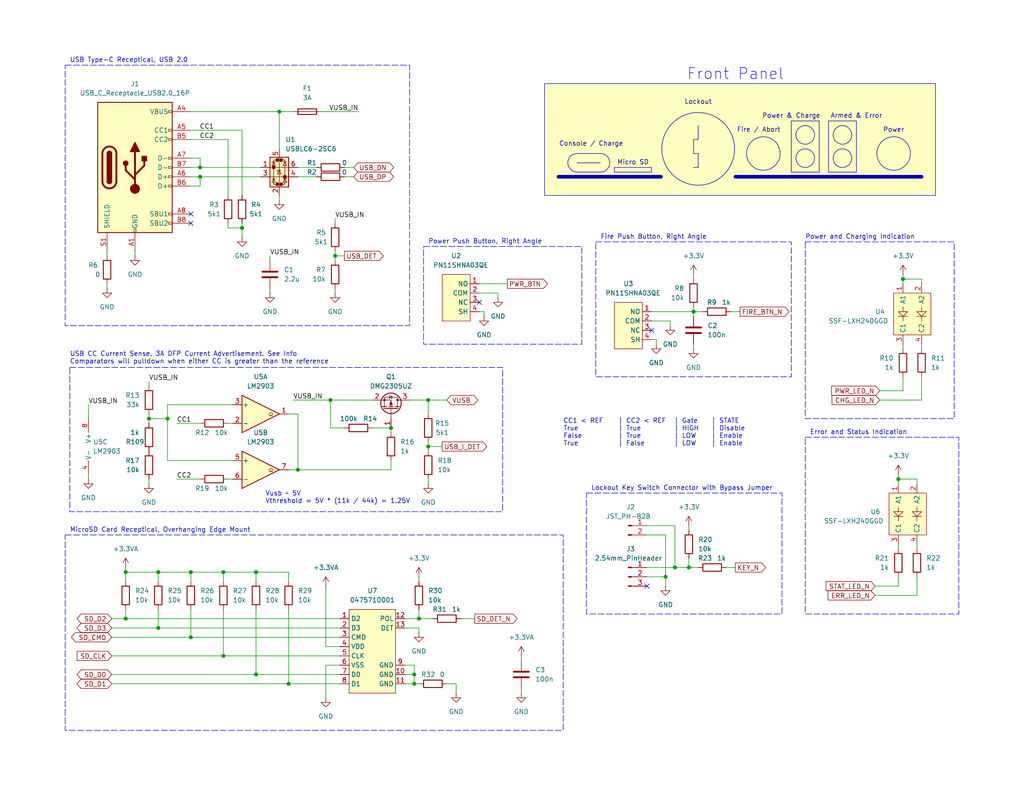
<source format=kicad_sch>
(kicad_sch (version 20231120) (generator "eeschema") (generator_version "8.0")
  (paper "A")
  (title_block (title "Unify") (date "2025-02-26") (rev "1") (company "Rocket Propulsion Group, UNL") (comment 1 "Jack Shaver"))
  (lib_symbols
    (symbol "Comparator:LM2903" (pin_names (offset 0.127))
      (property "Reference" "U" (at 3.81 3.81 0))
      (property "Value" "LM2903" (at 6.35 -3.81 0))
      (symbol "LM2903_1_1"
        (pin open_collector line (at 7.62 0 180) (length 2.54) (name "~") (number "1"))
        (pin input line (at -7.62 -2.54 0) (length 2.54) (name "-") (number "2"))
        (pin input line (at -7.62 2.54 0) (length 2.54) (name "+") (number "3"))
      )
      (symbol "LM2903_2_1"
        (pin input line (at -7.62 2.54 0) (length 2.54) (name "+") (number "5"))
        (pin input line (at -7.62 -2.54 0) (length 2.54) (name "-") (number "6"))
        (pin open_collector line (at 7.62 0 180) (length 2.54) (name "~") (number "7"))
      )
      (symbol "LM2903_3_1"
        (pin power_in line (at -2.54 -7.62 90) (length 3.81) (name "V-") (number "4"))
        (pin power_in line (at -2.54 7.62 270) (length 3.81) (name "V+") (number "8"))
      )
    )
    (symbol "Connector:Conn_01x02_Pin" (pin_names (offset 1.016) hide)
      (property "Reference" "J" (at 0 2.54 0))
      (property "Value" "Conn_01x02_Pin" (at 0 -5.08 0))
      (symbol "Conn_01x02_Pin_1_1"
        (pin passive line (at 5.08 0 180) (length 3.81) (name "Pin_1") (number "1"))
        (pin passive line (at 5.08 -2.54 180) (length 3.81) (name "Pin_2") (number "2"))
      )
    )
    (symbol "Connector:Conn_01x03_Pin" (pin_names (offset 1.016) hide)
      (property "Reference" "J" (at 0 5.08 0))
      (property "Value" "Conn_01x03_Pin" (at 0 -5.08 0))
      (symbol "Conn_01x03_Pin_1_1"
        (pin passive line (at 5.08 2.54 180) (length 3.81) (name "Pin_1") (number "1"))
        (pin passive line (at 5.08 0 180) (length 3.81) (name "Pin_2") (number "2"))
        (pin passive line (at 5.08 -2.54 180) (length 3.81) (name "Pin_3") (number "3"))
      )
    )
    (symbol "Connector:USB_C_Receptacle_USB2.0_16P" (pin_names (offset 1.016))
      (property "Reference" "J" (at 0 22.225 0))
      (property "Value" "USB_C_Receptacle_USB2.0_16P" (at 0 19.685 0))
      (symbol "USB_C_Receptacle_USB2.0_16P_1_1"
        (pin passive line (at 0 -22.86 90) (length 5.08) (name "GND") (number "A1"))
        (pin passive line (at 0 -22.86 90) (length 5.08) hide (name "GND") (number "A12"))
        (pin passive line (at 15.24 15.24 180) (length 5.08) (name "VBUS") (number "A4"))
        (pin bidirectional line (at 15.24 10.16 180) (length 5.08) (name "CC1") (number "A5"))
        (pin bidirectional line (at 15.24 -2.54 180) (length 5.08) (name "D+") (number "A6"))
        (pin bidirectional line (at 15.24 2.54 180) (length 5.08) (name "D-") (number "A7"))
        (pin bidirectional line (at 15.24 -12.7 180) (length 5.08) (name "SBU1") (number "A8"))
        (pin passive line (at 15.24 15.24 180) (length 5.08) hide (name "VBUS") (number "A9"))
        (pin passive line (at 0 -22.86 90) (length 5.08) hide (name "GND") (number "B1"))
        (pin passive line (at 0 -22.86 90) (length 5.08) hide (name "GND") (number "B12"))
        (pin passive line (at 15.24 15.24 180) (length 5.08) hide (name "VBUS") (number "B4"))
        (pin bidirectional line (at 15.24 7.62 180) (length 5.08) (name "CC2") (number "B5"))
        (pin bidirectional line (at 15.24 -5.08 180) (length 5.08) (name "D+") (number "B6"))
        (pin bidirectional line (at 15.24 0 180) (length 5.08) (name "D-") (number "B7"))
        (pin bidirectional line (at 15.24 -15.24 180) (length 5.08) (name "SBU2") (number "B8"))
        (pin passive line (at 15.24 15.24 180) (length 5.08) hide (name "VBUS") (number "B9"))
        (pin passive line (at -7.62 -22.86 90) (length 5.08) (name "SHIELD") (number "S1"))
      )
    )
    (symbol "Device:C" (pin_numbers hide) (pin_names (offset 0.254))
      (property "Reference" "C" (at 0.635 2.54 0))
      (property "Value" "C" (at 0.635 -2.54 0))
      (symbol "C_1_1"
        (pin passive line (at 0 3.81 270) (length 2.794) (name "~") (number "1"))
        (pin passive line (at 0 -3.81 90) (length 2.794) (name "~") (number "2"))
      )
    )
    (symbol "Device:Fuse" (pin_numbers hide) (pin_names (offset 0))
      (property "Reference" "F" (at 2.032 0 90))
      (property "Value" "Fuse" (at -1.905 0 90))
      (symbol "Fuse_1_1"
        (pin passive line (at 0 3.81 270) (length 1.27) (name "~") (number "1"))
        (pin passive line (at 0 -3.81 90) (length 1.27) (name "~") (number "2"))
      )
    )
    (symbol "Device:R" (pin_numbers hide) (pin_names (offset 0))
      (property "Reference" "R" (at 2.032 0 90))
      (property "Value" "R" (at 0 0 90))
      (symbol "R_1_1"
        (pin passive line (at 0 3.81 270) (length 1.27) (name "~") (number "1"))
        (pin passive line (at 0 -3.81 90) (length 1.27) (name "~") (number "2"))
      )
    )
    (symbol "Power_Protection:USBLC6-2SC6" (pin_names hide)
      (property "Reference" "U" (at 0.635 5.715 0))
      (property "Value" "USBLC6-2SC6" (at 0.635 3.81 0))
      (symbol "USBLC6-2SC6_1_1"
        (pin passive line (at -5.08 0 0) (length 2.54) (name "I/O1") (number "1"))
        (pin passive line (at 0 -7.62 90) (length 2.54) (name "GND") (number "2"))
        (pin passive line (at -5.08 -2.54 0) (length 2.54) (name "I/O2") (number "3"))
        (pin passive line (at 5.08 -2.54 180) (length 2.54) (name "I/O2") (number "4"))
        (pin passive line (at 0 5.08 270) (length 2.54) (name "VBUS") (number "5"))
        (pin passive line (at 5.08 0 180) (length 2.54) (name "I/O1") (number "6"))
      )
    )
    (symbol "Transistor_FET:DMG2301L" (pin_names hide)
      (property "Reference" "Q" (at 5.08 1.905 0))
      (property "Value" "DMG2301L" (at 5.08 0 0))
      (symbol "DMG2301L_1_1"
        (pin input line (at -5.08 0 0) (length 2.54) (name "G") (number "1"))
        (pin passive line (at 2.54 -5.08 90) (length 2.54) (name "S") (number "2"))
        (pin passive line (at 2.54 5.08 270) (length 2.54) (name "D") (number "3"))
      )
    )
    (symbol "Unify:0475710001"
      (property "Reference" "U" (at 8.382 5.842 0))
      (property "Value" "0475710001" (at 8.382 3.556 0))
      (symbol "0475710001_0_0"
        (pin unspecified line (at 0 0 0) (length 2.54) (name "D2") (number "1"))
        (pin unspecified line (at 17.78 -15.24 180) (length 2.54) (name "GND") (number "10"))
        (pin unspecified line (at 17.78 -17.78 180) (length 2.54) (name "GND") (number "11"))
        (pin unspecified line (at 17.78 0 180) (length 2.54) (name "POL") (number "12"))
        (pin unspecified line (at 17.78 -2.54 180) (length 2.54) (name "DET") (number "13"))
        (pin unspecified line (at 0 -2.54 0) (length 2.54) (name "D3") (number "2"))
        (pin unspecified line (at 0 -5.08 0) (length 2.54) (name "CMD") (number "3"))
        (pin unspecified line (at 0 -7.62 0) (length 2.54) (name "VDD") (number "4"))
        (pin unspecified line (at 0 -10.16 0) (length 2.54) (name "CLK") (number "5"))
        (pin unspecified line (at 0 -12.7 0) (length 2.54) (name "VSS") (number "6"))
        (pin unspecified line (at 0 -15.24 0) (length 2.54) (name "D0") (number "7"))
        (pin unspecified line (at 0 -17.78 0) (length 2.54) (name "D1") (number "8"))
        (pin unspecified line (at 17.78 -12.7 180) (length 2.54) (name "GND") (number "9"))
      )
    )
    (symbol "Unify:PN11SHNA03QE"
      (property "Reference" "U" (at 0.254 1.524 0))
      (property "Value" "PN11SHNA03QE" (at 0 -0.762 0))
      (symbol "PN11SHNA03QE_0_0"
        (pin unspecified line (at 6.35 -7.62 180) (length 2.54) (name "COM") (number "2"))
        (pin unspecified line (at 6.35 -10.16 180) (length 2.54) (name "NC") (number "3"))
      )
      (symbol "PN11SHNA03QE_1_0"
        (pin unspecified line (at 6.35 -5.08 180) (length 2.54) (name "NO") (number "1"))
        (pin unspecified line (at 6.35 -12.7 180) (length 2.54) (name "SH") (number "4"))
      )
    )
    (symbol "Unify:SSF-LXH240GGD"
      (property "Reference" "U" (at -9.906 2.286 0))
      (property "Value" "SSF-LXH240GGD" (at -15.24 0 0))
      (symbol "SSF-LXH240GGD_0_0"
        (pin unspecified line (at -2.54 6.35 270) (length 2.54) (name "A1") (number "1"))
        (pin unspecified line (at 2.54 6.35 270) (length 2.54) (name "A2") (number "2"))
        (pin unspecified line (at -2.54 -10.16 90) (length 2.54) (name "C1") (number "3"))
        (pin unspecified line (at 2.54 -10.16 90) (length 2.54) (name "C2") (number "4"))
      )
    )
    (symbol "power:+3.3V" (power) (pin_numbers hide) (pin_names (offset 0) hide)
      (property "Value" "+3.3V" (at 0 3.556 0))
      (symbol "+3.3V_1_1"
        (pin power_in line (at 0 0 90) (length 0) (name "~") (number "1"))
      )
    )
    (symbol "power:+3.3VA" (power) (pin_numbers hide) (pin_names (offset 0) hide)
      (property "Value" "+3.3VA" (at 0 3.556 0))
      (symbol "+3.3VA_1_1"
        (pin power_in line (at 0 0 90) (length 0) (name "~") (number "1"))
      )
    )
    (symbol "power:GND" (power) (pin_numbers hide) (pin_names (offset 0) hide)
      (property "Value" "GND" (at 0 -3.81 0))
      (symbol "GND_1_1"
        (pin power_in line (at 0 0 270) (length 0) (name "~") (number "1"))
      )
    )
  )
  (junction (at 43.18 156.21))
  (junction (at 52.07 173.99))
  (junction (at 113.03 186.69))
  (junction (at 40.64 114.3))
  (junction (at 90.17 109.22))
  (junction (at 45.72 114.3))
  (junction (at 60.96 156.21))
  (junction (at 189.23 85.09))
  (junction (at 43.18 171.45))
  (junction (at 245.11 130.81))
  (junction (at 116.84 121.92))
  (junction (at 113.03 184.15))
  (junction (at 116.84 109.22))
  (junction (at 54.61 45.72))
  (junction (at 66.04 62.23))
  (junction (at 76.2 30.48))
  (junction (at 52.07 156.21))
  (junction (at 69.85 184.15))
  (junction (at 34.29 168.91))
  (junction (at 69.85 156.21))
  (junction (at 106.68 116.84))
  (junction (at 181.61 157.48))
  (junction (at 81.28 128.27))
  (junction (at 60.96 179.07))
  (junction (at 91.44 69.85))
  (junction (at 114.3 168.91))
  (junction (at 34.29 156.21))
  (junction (at 187.96 154.94))
  (junction (at 184.15 154.94))
  (junction (at 54.61 48.26))
  (junction (at 78.74 186.69))
  (junction (at 246.38 76.2))
  (no_connect (at 52.07 58.42))
  (no_connect (at 52.07 60.96))
  (no_connect (at 130.81 82.55))
  (no_connect (at 176.53 160.02))
  (no_connect (at 177.8 90.17))
  (wire (pts (xy 181.61 157.48) (xy 181.61 160.02)))
  (wire (pts (xy 251.46 77.47) (xy 251.46 76.2)))
  (wire (pts (xy 110.49 186.69) (xy 113.03 186.69)))
  (wire (pts (xy 52.07 166.37) (xy 52.07 173.99)))
  (wire (pts (xy 91.44 80.01) (xy 91.44 78.74)))
  (wire (pts (xy 60.96 166.37) (xy 60.96 179.07)))
  (wire (pts (xy 30.48 171.45) (xy 43.18 171.45)))
  (wire (pts (xy 189.23 74.93) (xy 189.23 76.2)))
  (polyline (pts (xy 189.23 45.72) (xy 190.5 45.72)))
  (wire (pts (xy 189.23 85.09) (xy 191.77 85.09)))
  (wire (pts (xy 40.64 104.14) (xy 40.64 105.41)))
  (wire (pts (xy 91.44 69.85) (xy 91.44 71.12)))
  (wire (pts (xy 81.28 113.03) (xy 81.28 128.27)))
  (polyline (pts (xy 190.5 38.1) (xy 189.23 38.1)))
  (wire (pts (xy 246.38 95.25) (xy 246.38 93.98)))
  (wire (pts (xy 66.04 62.23) (xy 66.04 64.77)))
  (wire (pts (xy 24.13 130.81) (xy 24.13 129.54)))
  (wire (pts (xy 177.8 85.09) (xy 189.23 85.09)))
  (wire (pts (xy 48.26 130.81) (xy 54.61 130.81)))
  (polyline (pts (xy 189.23 38.1) (xy 189.23 41.91)))
  (wire (pts (xy 116.84 120.65) (xy 116.84 121.92)))
  (wire (pts (xy 78.74 158.75) (xy 78.74 156.21)))
  (wire (pts (xy 66.04 53.34) (xy 66.04 35.56)))
  (wire (pts (xy 54.61 45.72) (xy 71.12 45.72)))
  (wire (pts (xy 130.81 77.47) (xy 138.43 77.47)))
  (wire (pts (xy 250.19 130.81) (xy 245.11 130.81)))
  (wire (pts (xy 62.23 53.34) (xy 62.23 38.1)))
  (wire (pts (xy 245.11 129.54) (xy 245.11 130.81)))
  (polyline (pts (xy 190.5 34.29) (xy 190.5 38.1)))
  (wire (pts (xy 62.23 115.57) (xy 63.5 115.57)))
  (wire (pts (xy 179.07 92.71) (xy 179.07 93.98)))
  (wire (pts (xy 113.03 186.69) (xy 114.3 186.69)))
  (wire (pts (xy 250.19 148.59) (xy 250.19 149.86)))
  (wire (pts (xy 52.07 30.48) (xy 76.2 30.48)))
  (wire (pts (xy 130.81 80.01) (xy 135.89 80.01)))
  (wire (pts (xy 189.23 93.98) (xy 189.23 95.25)))
  (wire (pts (xy 116.84 130.81) (xy 116.84 132.08)))
  (wire (pts (xy 40.64 114.3) (xy 45.72 114.3)))
  (wire (pts (xy 184.15 143.51) (xy 184.15 154.94)))
  (wire (pts (xy 93.98 45.72) (xy 96.52 45.72)))
  (wire (pts (xy 245.11 148.59) (xy 245.11 149.86)))
  (wire (pts (xy 30.48 168.91) (xy 34.29 168.91)))
  (wire (pts (xy 40.64 113.03) (xy 40.64 114.3)))
  (wire (pts (xy 114.3 166.37) (xy 114.3 168.91)))
  (wire (pts (xy 135.89 80.01) (xy 135.89 81.28)))
  (wire (pts (xy 176.53 146.05) (xy 181.61 146.05)))
  (wire (pts (xy 30.48 186.69) (xy 78.74 186.69)))
  (wire (pts (xy 62.23 60.96) (xy 62.23 62.23)))
  (wire (pts (xy 91.44 59.69) (xy 91.44 60.96)))
  (wire (pts (xy 121.92 186.69) (xy 124.46 186.69)))
  (wire (pts (xy 52.07 50.8) (xy 54.61 50.8)))
  (wire (pts (xy 198.12 154.94) (xy 200.66 154.94)))
  (wire (pts (xy 110.49 168.91) (xy 114.3 168.91)))
  (wire (pts (xy 92.71 181.61) (xy 88.9 181.61)))
  (wire (pts (xy 238.76 160.02) (xy 245.11 160.02)))
  (wire (pts (xy 81.28 45.72) (xy 86.36 45.72)))
  (wire (pts (xy 66.04 60.96) (xy 66.04 62.23)))
  (wire (pts (xy 40.64 115.57) (xy 40.64 114.3)))
  (wire (pts (xy 36.83 68.58) (xy 36.83 69.85)))
  (wire (pts (xy 43.18 171.45) (xy 92.71 171.45)))
  (wire (pts (xy 52.07 45.72) (xy 54.61 45.72)))
  (wire (pts (xy 187.96 154.94) (xy 190.5 154.94)))
  (wire (pts (xy 69.85 156.21) (xy 69.85 158.75)))
  (wire (pts (xy 52.07 35.56) (xy 66.04 35.56)))
  (wire (pts (xy 81.28 128.27) (xy 106.68 128.27)))
  (wire (pts (xy 177.8 92.71) (xy 179.07 92.71)))
  (wire (pts (xy 30.48 179.07) (xy 60.96 179.07)))
  (wire (pts (xy 69.85 166.37) (xy 69.85 184.15)))
  (wire (pts (xy 91.44 69.85) (xy 93.98 69.85)))
  (wire (pts (xy 76.2 30.48) (xy 80.01 30.48)))
  (wire (pts (xy 48.26 115.57) (xy 54.61 115.57)))
  (wire (pts (xy 132.08 85.09) (xy 132.08 86.36)))
  (wire (pts (xy 52.07 173.99) (xy 92.71 173.99)))
  (wire (pts (xy 54.61 48.26) (xy 54.61 50.8)))
  (wire (pts (xy 246.38 74.93) (xy 246.38 76.2)))
  (wire (pts (xy 52.07 38.1) (xy 62.23 38.1)))
  (wire (pts (xy 189.23 85.09) (xy 189.23 86.36)))
  (wire (pts (xy 245.11 130.81) (xy 245.11 132.08)))
  (wire (pts (xy 250.19 132.08) (xy 250.19 130.81)))
  (wire (pts (xy 142.24 179.07) (xy 142.24 180.34)))
  (wire (pts (xy 182.88 87.63) (xy 182.88 88.9)))
  (wire (pts (xy 142.24 187.96) (xy 142.24 189.23)))
  (wire (pts (xy 88.9 160.02) (xy 88.9 176.53)))
  (polyline (pts (xy 189.23 41.91) (xy 190.5 41.91)))
  (wire (pts (xy 69.85 184.15) (xy 92.71 184.15)))
  (wire (pts (xy 88.9 181.61) (xy 88.9 190.5)))
  (polyline (pts (xy 152.4 48.26) (xy 180.34 48.26)) (stroke (width 1)))
  (wire (pts (xy 114.3 157.48) (xy 114.3 158.75)))
  (wire (pts (xy 116.84 109.22) (xy 116.84 113.03)))
  (wire (pts (xy 189.23 83.82) (xy 189.23 85.09)))
  (wire (pts (xy 76.2 53.34) (xy 76.2 54.61)))
  (wire (pts (xy 130.81 85.09) (xy 132.08 85.09)))
  (wire (pts (xy 34.29 156.21) (xy 34.29 158.75)))
  (wire (pts (xy 78.74 128.27) (xy 81.28 128.27)))
  (wire (pts (xy 106.68 116.84) (xy 106.68 118.11)))
  (wire (pts (xy 97.79 30.48) (xy 87.63 30.48)))
  (wire (pts (xy 66.04 62.23) (xy 62.23 62.23)))
  (wire (pts (xy 40.64 130.81) (xy 40.64 132.08)))
  (wire (pts (xy 30.48 173.99) (xy 52.07 173.99)))
  (wire (pts (xy 176.53 143.51) (xy 184.15 143.51)))
  (wire (pts (xy 76.2 30.48) (xy 76.2 40.64)))
  (wire (pts (xy 251.46 102.87) (xy 251.46 109.22)))
  (polyline (pts (xy 157.48 44.45) (xy 163.83 44.45)))
  (wire (pts (xy 114.3 171.45) (xy 114.3 172.72)))
  (wire (pts (xy 43.18 166.37) (xy 43.18 171.45)))
  (wire (pts (xy 78.74 113.03) (xy 81.28 113.03)))
  (wire (pts (xy 91.44 68.58) (xy 91.44 69.85)))
  (wire (pts (xy 246.38 76.2) (xy 246.38 77.47)))
  (wire (pts (xy 62.23 130.81) (xy 63.5 130.81)))
  (polyline (pts (xy 157.48 46.99) (xy 163.83 46.99)))
  (wire (pts (xy 52.07 156.21) (xy 52.07 158.75)))
  (wire (pts (xy 88.9 176.53) (xy 92.71 176.53)))
  (wire (pts (xy 93.98 116.84) (xy 90.17 116.84)))
  (wire (pts (xy 110.49 171.45) (xy 114.3 171.45)))
  (wire (pts (xy 181.61 146.05) (xy 181.61 157.48)))
  (wire (pts (xy 116.84 109.22) (xy 111.76 109.22)))
  (wire (pts (xy 52.07 156.21) (xy 43.18 156.21)))
  (wire (pts (xy 54.61 43.18) (xy 54.61 45.72)))
  (wire (pts (xy 238.76 162.56) (xy 250.19 162.56)))
  (wire (pts (xy 34.29 154.94) (xy 34.29 156.21)))
  (wire (pts (xy 113.03 184.15) (xy 113.03 186.69)))
  (wire (pts (xy 101.6 116.84) (xy 106.68 116.84)))
  (wire (pts (xy 240.03 106.68) (xy 246.38 106.68)))
  (wire (pts (xy 45.72 114.3) (xy 45.72 125.73)))
  (wire (pts (xy 54.61 48.26) (xy 71.12 48.26)))
  (wire (pts (xy 29.21 77.47) (xy 29.21 78.74)))
  (wire (pts (xy 176.53 157.48) (xy 181.61 157.48)))
  (wire (pts (xy 43.18 156.21) (xy 34.29 156.21)))
  (wire (pts (xy 73.66 69.85) (xy 73.66 71.12)))
  (wire (pts (xy 199.39 85.09) (xy 201.93 85.09)))
  (wire (pts (xy 24.13 110.49) (xy 24.13 114.3)))
  (polyline (pts (xy 214.63 48.26) (xy 251.46 48.26)) (stroke (width 1)))
  (wire (pts (xy 113.03 181.61) (xy 113.03 184.15)))
  (wire (pts (xy 52.07 48.26) (xy 54.61 48.26)))
  (wire (pts (xy 90.17 109.22) (xy 101.6 109.22)))
  (wire (pts (xy 78.74 186.69) (xy 92.71 186.69)))
  (wire (pts (xy 245.11 157.48) (xy 245.11 160.02)))
  (wire (pts (xy 177.8 87.63) (xy 182.88 87.63)))
  (wire (pts (xy 184.15 154.94) (xy 187.96 154.94)))
  (wire (pts (xy 250.19 162.56) (xy 250.19 157.48)))
  (wire (pts (xy 45.72 110.49) (xy 45.72 114.3)))
  (wire (pts (xy 125.73 168.91) (xy 129.54 168.91)))
  (wire (pts (xy 120.65 121.92) (xy 116.84 121.92)))
  (polyline (pts (xy 190.5 41.91) (xy 190.5 45.72)))
  (wire (pts (xy 43.18 156.21) (xy 43.18 158.75)))
  (wire (pts (xy 251.46 95.25) (xy 251.46 93.98)))
  (wire (pts (xy 81.28 48.26) (xy 86.36 48.26)))
  (wire (pts (xy 90.17 116.84) (xy 90.17 109.22)))
  (wire (pts (xy 34.29 168.91) (xy 92.71 168.91)))
  (wire (pts (xy 187.96 143.51) (xy 187.96 144.78)))
  (wire (pts (xy 73.66 80.01) (xy 73.66 78.74)))
  (wire (pts (xy 45.72 125.73) (xy 63.5 125.73)))
  (wire (pts (xy 116.84 109.22) (xy 121.92 109.22)))
  (wire (pts (xy 60.96 156.21) (xy 52.07 156.21)))
  (wire (pts (xy 78.74 156.21) (xy 69.85 156.21)))
  (wire (pts (xy 187.96 152.4) (xy 187.96 154.94)))
  (wire (pts (xy 69.85 156.21) (xy 60.96 156.21)))
  (wire (pts (xy 80.01 109.22) (xy 90.17 109.22)))
  (wire (pts (xy 106.68 125.73) (xy 106.68 128.27)))
  (wire (pts (xy 60.96 156.21) (xy 60.96 158.75)))
  (polyline (pts (xy 200.66 48.26) (xy 214.63 48.26)) (stroke (width 1)))
  (wire (pts (xy 34.29 166.37) (xy 34.29 168.91)))
  (wire (pts (xy 52.07 43.18) (xy 54.61 43.18)))
  (wire (pts (xy 110.49 181.61) (xy 113.03 181.61)))
  (wire (pts (xy 93.98 48.26) (xy 96.52 48.26)))
  (wire (pts (xy 176.53 154.94) (xy 184.15 154.94)))
  (wire (pts (xy 251.46 109.22) (xy 240.03 109.22)))
  (wire (pts (xy 124.46 186.69) (xy 124.46 189.23)))
  (polyline (pts (xy 157.48 41.91) (xy 163.83 41.91)))
  (wire (pts (xy 30.48 184.15) (xy 69.85 184.15)))
  (wire (pts (xy 246.38 102.87) (xy 246.38 106.68)))
  (wire (pts (xy 116.84 121.92) (xy 116.84 123.19)))
  (wire (pts (xy 110.49 184.15) (xy 113.03 184.15)))
  (wire (pts (xy 251.46 76.2) (xy 246.38 76.2)))
  (wire (pts (xy 114.3 168.91) (xy 118.11 168.91)))
  (wire (pts (xy 29.21 68.58) (xy 29.21 69.85)))
  (wire (pts (xy 78.74 166.37) (xy 78.74 186.69)))
  (wire (pts (xy 60.96 179.07) (xy 92.71 179.07)))
  (wire (pts (xy 63.5 110.49) (xy 45.72 110.49)))
  (arc (start 154.94 44.45) (mid 155.6839 42.6539) (end 157.48 41.91))
  (circle (center 229.87 36.83) (radius 2.54))
  (rectangle (start 115.57 67.31) (end 158.75 93.98) (stroke (width 0) (type dash)))
  (rectangle (start 148.59 22.86) (end 255.27 53.34) (fill (type color) (color 255 255 194 1)))
  (rectangle (start 160.02 134.62) (end 213.36 167.64) (stroke (width 0) (type dash)))
  (rectangle (start 167.64 45.72) (end 177.8 46.99))
  (arc (start 163.83 41.91) (mid 165.6261 42.6539) (end 166.37 44.45))
  (rectangle (start 19.05 100.33) (end 137.16 139.7) (stroke (width 0) (type dash)))
  (rectangle (start 215.9 33.02) (end 223.52 46.99))
  (arc (start 157.48 46.99) (mid 155.6839 46.2461) (end 154.94 44.45))
  (rectangle (start 162.56 66.04) (end 215.9 102.87) (stroke (width 0) (type dash)))
  (circle (center 219.71 43.18) (radius 2.54))
  (rectangle (start 17.78 17.78) (end 111.76 88.9) (stroke (width 0) (type dash)))
  (circle (center 229.87 43.18) (radius 2.54))
  (circle (center 243.84 41.91) (radius 4.5791))
  (arc (start 166.37 44.45) (mid 165.6261 46.2461) (end 163.83 46.99))
  (rectangle (start 219.71 119.38) (end 261.62 167.64) (stroke (width 0) (type dash)))
  (circle (center 219.71 36.83) (radius 2.54))
  (circle (center 208.28 41.91) (radius 4.5791))
  (rectangle (start 219.71 66.04) (end 260.35 114.3) (stroke (width 0) (type dash)))
  (rectangle (start 17.78 146.05) (end 153.67 199.39) (stroke (width 0) (type dash)))
  (circle (center 190.5 40.64) (radius 9.919))
  (rectangle (start 226.06 33.02) (end 233.68 46.99))
  (text "Fire Push Button, Right Angle " (at 163.83 64.77 0) (effects (font (size 1.27 1.27)) (justify left)))
  (text "Vusb ~ 5V\nVthreshold = 5V * (11k / 44k) = 1.25V" (at 72.39 135.89 0) (effects (font (size 1.27 1.27)) (justify left)))
  (text "MicroSD Card Receptical, Overhanging Edge Mount" (at 19.05 144.78 0) (effects (font (size 1.27 1.27)) (justify left)))
  (text "USB Type-C Receptical, USB 2.0" (at 19.05 16.51 0) (effects (font (size 1.27 1.27)) (justify left)))
  (text "Console / Charge" (at 161.29 39.37 0) (effects (font (size 1.27 1.27))))
  (text "USB CC Current Sense. 3A DFP Current Advertisement. See Info\nComparators will pulldown when either CC is greater than the reference\n" (at 19.05 97.79 0) (effects (font (size 1.27 1.27)) (justify left)))
  (text "Micro SD\n" (at 172.72 44.45 0) (effects (font (size 1.27 1.27))))
  (text "Error and Status Indication" (at 220.98 118.11 0) (effects (font (size 1.27 1.27)) (justify left)))
  (text "Power\n" (at 243.84 35.56 0) (effects (font (size 1.27 1.27))))
  (text "Armed & Error" (at 233.68 31.75 0) (effects (font (size 1.27 1.27))))
  (text "Front Panel" (at 200.66 20.32 0) (effects (font (size 3 3))))
  (text "CC1 < REF	| CC2 < REF	| Gate	| STATE\nTrue		| True		| HIGH	| Disable\nFalse		| True		| LOW	| Enable\nTrue		| False		| LOW	| Enable\n" (at 153.67 118.11 0) (effects (font (size 1.27 1.27)) (justify left)))
  (text "Lockout Key Switch Connector with Bypass Jumper" (at 161.29 133.35 0) (effects (font (size 1.27 1.27)) (justify left)))
  (text "Power and Charging Indication" (at 219.71 64.77 0) (effects (font (size 1.27 1.27)) (justify left)))
  (text "Power Push Button, Right Angle " (at 116.84 66.04 0) (effects (font (size 1.27 1.27)) (justify left)))
  (text "Lockout\n" (at 190.5 27.94 0) (effects (font (size 1.27 1.27))))
  (text "Power & Charge" (at 215.9 31.75 0) (effects (font (size 1.27 1.27))))
  (text "Fire / Abort" (at 207.01 35.56 0) (effects (font (size 1.27 1.27))))
  (label "VUSB_IN" (at 91.44 59.69 0))
  (label "CC2" (at 58.42 38.1 180))
  (label "VUSB_IN" (at 24.13 110.49 0))
  (label "VUSB_IN" (at 73.66 69.85 0))
  (label "VUSB_IN" (at 97.79 30.48 180))
  (label "VUSB_IN" (at 80.01 109.22 0))
  (label "CC1" (at 48.26 115.57 0))
  (label "VUSB_IN" (at 40.64 104.14 0))
  (label "CC2" (at 48.26 130.81 0))
  (label "CC1" (at 58.42 35.56 180))
  (global_label "USB_DP" (shape bidirectional) (at 96.52 48.26 0) (property "Intersheetrefs" "${INTERSHEET_REFS}" (effects (hide yes))))
  (global_label "PWR_BTN" (shape output) (at 138.43 77.47 0) (property "Intersheetrefs" "${INTERSHEET_REFS}" (effects (hide yes))))
  (global_label "STAT_LED_N" (shape input) (at 238.76 160.02 180) (property "Intersheetrefs" "${INTERSHEET_REFS}" (effects (hide yes))))
  (global_label "SD_D3" (shape bidirectional) (at 30.48 171.45 180) (property "Intersheetrefs" "${INTERSHEET_REFS}" (effects (hide yes))))
  (global_label "FIRE_BTN_N" (shape output) (at 201.93 85.09 0) (property "Intersheetrefs" "${INTERSHEET_REFS}" (effects (hide yes))))
  (global_label "SD_CLK" (shape input) (at 30.48 179.07 180) (property "Intersheetrefs" "${INTERSHEET_REFS}" (effects (hide yes))))
  (global_label "KEY_N" (shape output) (at 200.66 154.94 0) (property "Intersheetrefs" "${INTERSHEET_REFS}" (effects (hide yes))))
  (global_label "ERR_LED_N" (shape input) (at 238.76 162.56 180) (property "Intersheetrefs" "${INTERSHEET_REFS}" (effects (hide yes))))
  (global_label "CHG_LED_N" (shape input) (at 240.03 109.22 180) (property "Intersheetrefs" "${INTERSHEET_REFS}" (effects (hide yes))))
  (global_label "USB_DN" (shape bidirectional) (at 96.52 45.72 0) (property "Intersheetrefs" "${INTERSHEET_REFS}" (effects (hide yes))))
  (global_label "VUSB" (shape bidirectional) (at 121.92 109.22 0) (property "Intersheetrefs" "${INTERSHEET_REFS}" (effects (hide yes))))
  (global_label "USB_I_DET" (shape output) (at 120.65 121.92 0) (property "Intersheetrefs" "${INTERSHEET_REFS}" (effects (hide yes))))
  (global_label "SD_CMD" (shape bidirectional) (at 30.48 173.99 180) (property "Intersheetrefs" "${INTERSHEET_REFS}" (effects (hide yes))))
  (global_label "USB_DET" (shape output) (at 93.98 69.85 0) (property "Intersheetrefs" "${INTERSHEET_REFS}" (effects (hide yes))))
  (global_label "PWR_LED_N" (shape input) (at 240.03 106.68 180) (property "Intersheetrefs" "${INTERSHEET_REFS}" (effects (hide yes))))
  (global_label "SD_D2" (shape bidirectional) (at 30.48 168.91 180) (property "Intersheetrefs" "${INTERSHEET_REFS}" (effects (hide yes))))
  (global_label "SD_D0" (shape bidirectional) (at 30.48 184.15 180) (property "Intersheetrefs" "${INTERSHEET_REFS}" (effects (hide yes))))
  (global_label "SD_D1" (shape bidirectional) (at 30.48 186.69 180) (property "Intersheetrefs" "${INTERSHEET_REFS}" (effects (hide yes))))
  (global_label "SD_DET_N" (shape output) (at 129.54 168.91 0) (property "Intersheetrefs" "${INTERSHEET_REFS}" (effects (hide yes))))
  (symbol (lib_id "Comparator:LM2903") (at 71.12 128.27 0) (unit 2)
    (property "Reference" "U5" (at 71.12 118.11 0))
    (property "Value" "LM2903" (at 71.12 120.65 0))
    (property "Footprint" "Package_SO:SOIC-8_3.9x4.9mm_P1.27mm" (effects (hide yes)))
    (property "Datasheet" "http://www.ti.com/lit/ds/symlink/lm393.pdf" (effects (hide yes)))
    (property "Description" "Low-Power, Low-Offset Voltage, Dual Comparators, DIP-8/SOIC-8/SOP-8/TSSOP-8/VSSOP-8" (effects (hide yes)))
  )
  (symbol (lib_id "power:+3.3VA") (at 34.29 154.94 0) (unit 1)
    (property "Reference" "#PWR017" (effects (hide yes)))
    (property "Value" "+3.3VA" (at 34.29 149.86 0))
    (property "Description" "Power symbol creates a global label with name \"+3.3VA\"" (effects (hide yes)))
  )
  (symbol (lib_id "Device:R") (at 69.85 162.56 0) (unit 1)
    (property "Reference" "R28" (at 72.39 161.2899 0) (effects (justify left)))
    (property "Value" "10k" (at 72.39 163.8299 0) (effects (justify left)))
    (property "Footprint" "Resistor_SMD:R_0603_1608Metric" (effects (hide yes)))
    (property "Description" "Resistor" (effects (hide yes)))
  )
  (symbol (lib_id "Transistor_FET:DMG2301L") (at 106.68 111.76 270) (mirror x) (unit 1)
    (property "Reference" "Q1" (at 106.68 102.87 90))
    (property "Value" "DMG2305UZ" (at 106.68 105.41 90))
    (property "Footprint" "Package_TO_SOT_SMD:SOT-23" (effects (hide yes)))
    (property "Description" "-4.2A Id, -20V Vds, P-Channel MOSFET, SOT-23" (effects (hide yes)))
  )
  (symbol (lib_id "Device:C") (at 73.66 74.93 0) (unit 1)
    (property "Reference" "C1" (at 77.47 73.6599 0) (effects (justify left)))
    (property "Value" "2.2u" (at 77.47 76.1999 0) (effects (justify left)))
    (property "Footprint" "Capacitor_SMD:C_0603_1608Metric" (effects (hide yes)))
    (property "Description" "Unpolarized capacitor" (effects (hide yes)))
  )
  (symbol (lib_id "Device:R") (at 40.64 119.38 0) (mirror x) (unit 1)
    (property "Reference" "R109" (at 34.29 120.65 0) (effects (justify left)))
    (property "Value" "1k" (at 35.56 118.11 0) (effects (justify left)))
    (property "Footprint" "Resistor_SMD:R_0603_1608Metric" (effects (hide yes)))
    (property "Description" "Resistor" (effects (hide yes)))
  )
  (symbol (lib_id "power:GND") (at 135.89 81.28 0) (mirror y) (unit 1)
    (property "Reference" "#PWR09" (effects (hide yes)))
    (property "Value" "GND" (at 135.89 86.36 0))
    (property "Description" "Power symbol creates a global label with name \"GND\" , ground" (effects (hide yes)))
  )
  (symbol (lib_id "Device:R") (at 246.38 99.06 0) (mirror y) (unit 1)
    (property "Reference" "R10" (at 243.84 97.7899 0) (effects (justify left)))
    (property "Value" "1k" (at 243.84 100.3299 0) (effects (justify left)))
    (property "Footprint" "Resistor_SMD:R_0603_1608Metric" (effects (hide yes)))
    (property "Description" "Resistor" (effects (hide yes)))
  )
  (symbol (lib_id "Device:R") (at 90.17 45.72 90) (unit 1)
    (property "Reference" "R1" (at 85.09 44.45 90))
    (property "Value" "0" (at 93.98 44.45 90))
    (property "Footprint" "Resistor_SMD:R_0603_1608Metric" (effects (hide yes)))
    (property "Description" "Resistor" (effects (hide yes)))
  )
  (symbol (lib_id "power:GND") (at 142.24 189.23 0) (unit 1)
    (property "Reference" "#PWR024" (effects (hide yes)))
    (property "Value" "GND" (at 142.24 194.31 0))
    (property "Description" "Power symbol creates a global label with name \"GND\" , ground" (effects (hide yes)))
  )
  (symbol (lib_id "Comparator:LM2903") (at 71.12 113.03 0) (unit 1)
    (property "Reference" "U5" (at 71.12 102.87 0))
    (property "Value" "LM2903" (at 71.12 105.41 0))
    (property "Footprint" "Package_SO:SOIC-8_3.9x4.9mm_P1.27mm" (effects (hide yes)))
    (property "Datasheet" "http://www.ti.com/lit/ds/symlink/lm393.pdf" (effects (hide yes)))
    (property "Description" "Low-Power, Low-Offset Voltage, Dual Comparators, DIP-8/SOIC-8/SOP-8/TSSOP-8/VSSOP-8" (effects (hide yes)))
  )
  (symbol (lib_id "Device:R") (at 40.64 109.22 0) (mirror y) (unit 1)
    (property "Reference" "R13" (at 38.1 107.9499 0) (effects (justify left)))
    (property "Value" "33k" (at 38.1 110.4899 0) (effects (justify left)))
    (property "Footprint" "Resistor_SMD:R_0603_1608Metric" (effects (hide yes)))
    (property "Description" "Resistor" (effects (hide yes)))
  )
  (symbol (lib_id "Unify:SSF-LXH240GGD") (at 248.92 83.82 0) (unit 1)
    (property "Reference" "U4" (at 238.76 85.09 0) (effects (justify left)))
    (property "Value" "SSF-LXH240GGD" (at 226.06 87.63 0) (effects (justify left)))
    (property "Footprint" "Unify:SSF-LXH240GGD" (effects (hide yes)))
    (property "Description" "Dual Green LED Indicator" (effects (hide yes)))
  )
  (symbol (lib_id "Device:R") (at 97.79 116.84 270) (unit 1)
    (property "Reference" "R14" (at 99.06 114.3 90) (effects (justify left)))
    (property "Value" "100k" (at 92.71 114.3 90) (effects (justify left)))
    (property "Footprint" "Resistor_SMD:R_0603_1608Metric" (effects (hide yes)))
    (property "Description" "Resistor" (effects (hide yes)))
  )
  (symbol (lib_id "Device:R") (at 116.84 116.84 0) (mirror y) (unit 1)
    (property "Reference" "R15" (at 120.65 115.57 0))
    (property "Value" "5k1" (at 120.65 118.11 0))
    (property "Footprint" "Resistor_SMD:R_0603_1608Metric" (effects (hide yes)))
    (property "Description" "Resistor" (effects (hide yes)))
  )
  (symbol (lib_id "Device:R") (at 121.92 168.91 90) (mirror x) (unit 1)
    (property "Reference" "R31" (at 121.92 166.37 90) (effects (justify left)))
    (property "Value" "1k" (at 125.73 166.37 90) (effects (justify left)))
    (property "Footprint" "Resistor_SMD:R_0603_1608Metric" (effects (hide yes)))
    (property "Description" "Resistor" (effects (hide yes)))
  )
  (symbol (lib_id "Device:R") (at 43.18 162.56 0) (unit 1)
    (property "Reference" "R25" (at 45.72 161.2899 0) (effects (justify left)))
    (property "Value" "10k" (at 45.72 163.8299 0) (effects (justify left)))
    (property "Footprint" "Resistor_SMD:R_0603_1608Metric" (effects (hide yes)))
    (property "Description" "Resistor" (effects (hide yes)))
  )
  (symbol (lib_id "power:GND") (at 24.13 130.81 0) (unit 1)
    (property "Reference" "#PWR013" (effects (hide yes)))
    (property "Value" "GND" (at 24.13 135.89 0))
    (property "Description" "Power symbol creates a global label with name \"GND\" , ground" (effects (hide yes)))
  )
  (symbol (lib_id "power:+3.3V") (at 187.96 143.51 0) (unit 1)
    (property "Reference" "#PWR016" (effects (hide yes)))
    (property "Value" "+3.3V" (at 187.96 138.43 0))
    (property "Description" "Power symbol creates a global label with name \"+3.3V\"" (effects (hide yes)))
  )
  (symbol (lib_id "Device:C") (at 189.23 90.17 0) (unit 1)
    (property "Reference" "C2" (at 193.04 88.8999 0) (effects (justify left)))
    (property "Value" "100n" (at 193.04 91.4399 0) (effects (justify left)))
    (property "Footprint" "Capacitor_SMD:C_0603_1608Metric" (effects (hide yes)))
    (property "Description" "Unpolarized capacitor" (effects (hide yes)))
  )
  (symbol (lib_id "power:+3.3V") (at 245.11 129.54 0) (unit 1)
    (property "Reference" "#PWR012" (effects (hide yes)))
    (property "Value" "+3.3V" (at 245.11 124.46 0))
    (property "Description" "Power symbol creates a global label with name \"+3.3V\"" (effects (hide yes)))
  )
  (symbol (lib_id "Device:R") (at 114.3 162.56 0) (unit 1)
    (property "Reference" "R30" (at 116.84 161.2899 0) (effects (justify left)))
    (property "Value" "10k" (at 116.84 163.8299 0) (effects (justify left)))
    (property "Footprint" "Resistor_SMD:R_0603_1608Metric" (effects (hide yes)))
    (property "Description" "Resistor" (effects (hide yes)))
  )
  (symbol (lib_id "Comparator:LM2903") (at 26.67 121.92 0) (unit 3)
    (property "Reference" "U5" (at 25.4 120.6499 0) (effects (justify left)))
    (property "Value" "LM2903" (at 25.4 123.1899 0) (effects (justify left)))
    (property "Footprint" "Package_SO:SOIC-8_3.9x4.9mm_P1.27mm" (effects (hide yes)))
    (property "Datasheet" "http://www.ti.com/lit/ds/symlink/lm393.pdf" (effects (hide yes)))
    (property "Description" "Low-Power, Low-Offset Voltage, Dual Comparators, DIP-8/SOIC-8/SOP-8/TSSOP-8/VSSOP-8" (effects (hide yes)))
  )
  (symbol (lib_id "Device:Fuse") (at 83.82 30.48 90) (unit 1)
    (property "Reference" "F1" (at 83.82 24.13 90))
    (property "Value" "3A" (at 83.82 26.67 90))
    (property "Footprint" "Fuse:Fuse_0603_1608Metric" (effects (hide yes)))
    (property "Description" "Fuse" (effects (hide yes)))
  )
  (symbol (lib_id "Device:R") (at 187.96 148.59 0) (unit 1)
    (property "Reference" "R20" (at 190.5 147.3199 0) (effects (justify left)))
    (property "Value" "10k" (at 190.5 149.8599 0) (effects (justify left)))
    (property "Footprint" "Resistor_SMD:R_0603_1608Metric" (effects (hide yes)))
    (property "Description" "Resistor" (effects (hide yes)))
  )
  (symbol (lib_id "Unify:0475710001") (at 92.71 168.91 0) (unit 1)
    (property "Reference" "U7" (at 101.6 161.29 0))
    (property "Value" "0475710001" (at 101.6 163.83 0))
    (property "Footprint" "Unify:47571-0001_MOL" (effects (hide yes)))
    (property "Description" "Micro SD Card Receptical, Right Angle, Detection" (effects (hide yes)))
  )
  (symbol (lib_id "power:GND") (at 179.07 93.98 0) (mirror y) (unit 1)
    (property "Reference" "#PWR0196" (effects (hide yes)))
    (property "Value" "GND" (at 179.07 99.06 0))
    (property "Description" "Power symbol creates a global label with name \"GND\" , ground" (effects (hide yes)))
  )
  (symbol (lib_id "power:GND") (at 116.84 132.08 0) (unit 1)
    (property "Reference" "#PWR015" (effects (hide yes)))
    (property "Value" "GND" (at 116.84 137.16 0))
    (property "Description" "Power symbol creates a global label with name \"GND\" , ground" (effects (hide yes)))
  )
  (symbol (lib_id "power:GND") (at 76.2 54.61 0) (unit 1)
    (property "Reference" "#PWR01" (effects (hide yes)))
    (property "Value" "GND" (at 76.2 59.69 0))
    (property "Description" "Power symbol creates a global label with name \"GND\" , ground" (effects (hide yes)))
  )
  (symbol (lib_id "Device:C") (at 142.24 184.15 0) (unit 1)
    (property "Reference" "C3" (at 146.05 182.8799 0) (effects (justify left)))
    (property "Value" "100n" (at 146.05 185.4199 0) (effects (justify left)))
    (property "Footprint" "Capacitor_SMD:C_0603_1608Metric" (effects (hide yes)))
    (property "Description" "Unpolarized capacitor" (effects (hide yes)))
  )
  (symbol (lib_id "Device:R") (at 29.21 73.66 180) (unit 1)
    (property "Reference" "R6" (at 25.4 72.39 0))
    (property "Value" "0" (at 26.67 74.93 0))
    (property "Footprint" "Resistor_SMD:R_0603_1608Metric" (effects (hide yes)))
    (property "Description" "Resistor" (effects (hide yes)))
  )
  (symbol (lib_id "Device:R") (at 34.29 162.56 0) (unit 1)
    (property "Reference" "R24" (at 36.83 161.2899 0) (effects (justify left)))
    (property "Value" "10k" (at 36.83 163.8299 0) (effects (justify left)))
    (property "Footprint" "Resistor_SMD:R_0603_1608Metric" (effects (hide yes)))
    (property "Description" "Resistor" (effects (hide yes)))
  )
  (symbol (lib_id "Device:R") (at 52.07 162.56 0) (unit 1)
    (property "Reference" "R26" (at 54.61 161.2899 0) (effects (justify left)))
    (property "Value" "10k" (at 54.61 163.8299 0) (effects (justify left)))
    (property "Footprint" "Resistor_SMD:R_0603_1608Metric" (effects (hide yes)))
    (property "Description" "Resistor" (effects (hide yes)))
  )
  (symbol (lib_id "power:+3.3V") (at 114.3 157.48 0) (unit 1)
    (property "Reference" "#PWR018" (effects (hide yes)))
    (property "Value" "+3.3V" (at 114.3 152.4 0))
    (property "Description" "Power symbol creates a global label with name \"+3.3V\"" (effects (hide yes)))
  )
  (symbol (lib_id "power:GND") (at 124.46 189.23 0) (unit 1)
    (property "Reference" "#PWR023" (effects (hide yes)))
    (property "Value" "GND" (at 124.46 194.31 0))
    (property "Description" "Power symbol creates a global label with name \"GND\" , ground" (effects (hide yes)))
  )
  (symbol (lib_id "Device:R") (at 60.96 162.56 0) (unit 1)
    (property "Reference" "R27" (at 63.5 161.2899 0) (effects (justify left)))
    (property "Value" "10k" (at 63.5 163.8299 0) (effects (justify left)))
    (property "Footprint" "Resistor_SMD:R_0603_1608Metric" (effects (hide yes)))
    (property "Description" "Resistor" (effects (hide yes)))
  )
  (symbol (lib_id "power:+3.3VA") (at 142.24 179.07 0) (unit 1)
    (property "Reference" "#PWR022" (effects (hide yes)))
    (property "Value" "+3.3VA" (at 142.24 173.99 0))
    (property "Description" "Power symbol creates a global label with name \"+3.3VA\"" (effects (hide yes)))
  )
  (symbol (lib_id "Unify:PN11SHNA03QE") (at 124.46 72.39 0) (unit 1)
    (property "Reference" "U2" (at 124.46 69.85 0))
    (property "Value" "PN11SHNA03QE" (at 125.73 72.39 0))
    (property "Footprint" "Unify:PN11SHNA03QE" (effects (hide yes)))
    (property "Description" "Push Button Right Angle Momentary Switch" (effects (hide yes)))
  )
  (symbol (lib_id "Device:R") (at 106.68 121.92 0) (unit 1)
    (property "Reference" "R16" (at 109.22 120.6499 0) (effects (justify left)))
    (property "Value" "1k" (at 109.22 123.1899 0) (effects (justify left)))
    (property "Footprint" "Resistor_SMD:R_0603_1608Metric" (effects (hide yes)))
    (property "Description" "Resistor" (effects (hide yes)))
  )
  (symbol (lib_id "Device:R") (at 90.17 48.26 90) (unit 1)
    (property "Reference" "R2" (at 85.09 46.99 90))
    (property "Value" "0" (at 93.98 46.99 90))
    (property "Footprint" "Resistor_SMD:R_0603_1608Metric" (effects (hide yes)))
    (property "Description" "Resistor" (effects (hide yes)))
  )
  (symbol (lib_id "power:GND") (at 40.64 132.08 0) (unit 1)
    (property "Reference" "#PWR014" (effects (hide yes)))
    (property "Value" "GND" (at 40.64 137.16 0))
    (property "Description" "Power symbol creates a global label with name \"GND\" , ground" (effects (hide yes)))
  )
  (symbol (lib_id "power:+3.3V") (at 246.38 74.93 0) (unit 1)
    (property "Reference" "#PWR05" (effects (hide yes)))
    (property "Value" "+3.3V" (at 246.38 69.85 0))
    (property "Description" "Power symbol creates a global label with name \"+3.3V\"" (effects (hide yes)))
  )
  (symbol (lib_id "Device:R") (at 250.19 153.67 0) (unit 1)
    (property "Reference" "R22" (at 252.73 152.3999 0) (effects (justify left)))
    (property "Value" "1k" (at 252.73 154.9399 0) (effects (justify left)))
    (property "Footprint" "Resistor_SMD:R_0603_1608Metric" (effects (hide yes)))
    (property "Description" "Resistor" (effects (hide yes)))
  )
  (symbol (lib_id "Device:R") (at 62.23 57.15 0) (unit 1)
    (property "Reference" "R3" (at 58.42 55.88 0))
    (property "Value" "5k1" (at 58.42 58.42 0))
    (property "Footprint" "Resistor_SMD:R_0603_1608Metric" (effects (hide yes)))
    (property "Description" "Resistor" (effects (hide yes)))
  )
  (symbol (lib_id "Device:R") (at 66.04 57.15 0) (unit 1)
    (property "Reference" "R4" (at 69.85 55.88 0))
    (property "Value" "5k1" (at 69.85 58.42 0))
    (property "Footprint" "Resistor_SMD:R_0603_1608Metric" (effects (hide yes)))
    (property "Description" "Resistor" (effects (hide yes)))
  )
  (symbol (lib_id "power:GND") (at 91.44 80.01 0) (mirror y) (unit 1)
    (property "Reference" "#PWR08" (effects (hide yes)))
    (property "Value" "GND" (at 91.44 85.09 0))
    (property "Description" "Power symbol creates a global label with name \"GND\" , ground" (effects (hide yes)))
  )
  (symbol (lib_id "Device:R") (at 91.44 74.93 0) (mirror y) (unit 1)
    (property "Reference" "R7" (at 88.9 73.6599 0) (effects (justify left)))
    (property "Value" "10k" (at 88.9 76.1999 0) (effects (justify left)))
    (property "Footprint" "Resistor_SMD:R_0603_1608Metric" (effects (hide yes)))
    (property "Description" "Resistor" (effects (hide yes)))
  )
  (symbol (lib_id "Power_Protection:USBLC6-2SC6") (at 76.2 45.72 0) (unit 1)
    (property "Reference" "U1" (at 77.8511 38.1 0) (effects (justify left)))
    (property "Value" "USBLC6-2SC6" (at 77.8511 40.64 0) (effects (justify left)))
    (property "Footprint" "Package_TO_SOT_SMD:SOT-23-6" (effects (hide yes)))
    (property "Datasheet" "https://www.st.com/resource/en/datasheet/usblc6-2.pdf" (effects (hide yes)))
    (property "Description" "Very low capacitance ESD protection diode, 2 data-line, SOT-23-6" (effects (hide yes)))
  )
  (symbol (lib_id "Device:R") (at 194.31 154.94 90) (mirror x) (unit 1)
    (property "Reference" "R23" (at 194.31 152.4 90) (effects (justify left)))
    (property "Value" "1k" (at 198.12 152.4 90) (effects (justify left)))
    (property "Footprint" "Resistor_SMD:R_0603_1608Metric" (effects (hide yes)))
    (property "Description" "Resistor" (effects (hide yes)))
  )
  (symbol (lib_id "Device:R") (at 245.11 153.67 0) (mirror y) (unit 1)
    (property "Reference" "R21" (at 242.57 152.3999 0) (effects (justify left)))
    (property "Value" "1k" (at 242.57 154.9399 0) (effects (justify left)))
    (property "Footprint" "Resistor_SMD:R_0603_1608Metric" (effects (hide yes)))
    (property "Description" "Resistor" (effects (hide yes)))
  )
  (symbol (lib_id "power:GND") (at 182.88 88.9 0) (unit 1)
    (property "Reference" "#PWR010" (effects (hide yes)))
    (property "Value" "GND" (at 182.88 93.98 0))
    (property "Description" "Power symbol creates a global label with name \"GND\" , ground" (effects (hide yes)))
  )
  (symbol (lib_id "Device:R") (at 195.58 85.09 90) (mirror x) (unit 1)
    (property "Reference" "R9" (at 195.58 82.55 90) (effects (justify left)))
    (property "Value" "1k" (at 199.39 82.55 90) (effects (justify left)))
    (property "Footprint" "Resistor_SMD:R_0603_1608Metric" (effects (hide yes)))
    (property "Description" "Resistor" (effects (hide yes)))
  )
  (symbol (lib_id "Device:R") (at 116.84 127 0) (unit 1)
    (property "Reference" "R18" (at 119.38 125.7299 0) (effects (justify left)))
    (property "Value" "10k" (at 119.38 128.2699 0) (effects (justify left)))
    (property "Footprint" "Resistor_SMD:R_0603_1608Metric" (effects (hide yes)))
    (property "Description" "Resistor" (effects (hide yes)))
  )
  (symbol (lib_id "Device:R") (at 91.44 64.77 0) (unit 1)
    (property "Reference" "R5" (at 87.63 63.5 0))
    (property "Value" "5k1" (at 87.63 66.04 0))
    (property "Footprint" "Resistor_SMD:R_0603_1608Metric" (effects (hide yes)))
    (property "Description" "Resistor" (effects (hide yes)))
  )
  (symbol (lib_id "Connector:USB_C_Receptacle_USB2.0_16P") (at 36.83 45.72 0) (unit 1)
    (property "Reference" "J1" (at 36.83 22.86 0))
    (property "Value" "USB_C_Receptacle_USB2.0_16P" (at 36.83 25.4 0))
    (property "Footprint" "Connector_USB:USB_C_Receptacle_GCT_USB4105-xx-A_16P_TopMnt_Horizontal" (effects (hide yes)))
    (property "Datasheet" "https://www.usb.org/sites/default/files/documents/usb_type-c.zip" (effects (hide yes)))
    (property "Description" "USB 2.0-only 16P Type-C Receptacle connector" (effects (hide yes)))
  )
  (symbol (lib_id "Device:R") (at 40.64 127 0) (mirror y) (unit 1)
    (property "Reference" "R17" (at 38.1 125.7299 0) (effects (justify left)))
    (property "Value" "10k" (at 38.1 128.2699 0) (effects (justify left)))
    (property "Footprint" "Resistor_SMD:R_0603_1608Metric" (effects (hide yes)))
    (property "Description" "Resistor" (effects (hide yes)))
  )
  (symbol (lib_id "Device:R") (at 118.11 186.69 90) (unit 1)
    (property "Reference" "R32" (at 116.84 184.15 90))
    (property "Value" "0" (at 120.65 184.15 90))
    (property "Footprint" "Resistor_SMD:R_0603_1608Metric" (effects (hide yes)))
    (property "Description" "Resistor" (effects (hide yes)))
  )
  (symbol (lib_id "Device:R") (at 189.23 80.01 0) (mirror y) (unit 1)
    (property "Reference" "R8" (at 186.69 78.7399 0) (effects (justify left)))
    (property "Value" "10k" (at 186.69 81.2799 0) (effects (justify left)))
    (property "Footprint" "Resistor_SMD:R_0603_1608Metric" (effects (hide yes)))
    (property "Description" "Resistor" (effects (hide yes)))
  )
  (symbol (lib_id "Unify:PN11SHNA03QE") (at 171.45 80.01 0) (unit 1)
    (property "Reference" "U3" (at 171.45 77.47 0))
    (property "Value" "PN11SHNA03QE" (at 172.72 80.01 0))
    (property "Footprint" "Unify:PN11SHNA03QE" (effects (hide yes)))
    (property "Description" "Push Button Right Angle Momentary Switch" (effects (hide yes)))
  )
  (symbol (lib_id "power:GND") (at 29.21 78.74 0) (unit 1)
    (property "Reference" "#PWR06" (effects (hide yes)))
    (property "Value" "GND" (at 29.21 83.82 0))
    (property "Description" "Power symbol creates a global label with name \"GND\" , ground" (effects (hide yes)))
  )
  (symbol (lib_id "power:GND") (at 66.04 64.77 0) (unit 1)
    (property "Reference" "#PWR02" (effects (hide yes)))
    (property "Value" "GND" (at 66.04 69.85 0))
    (property "Description" "Power symbol creates a global label with name \"GND\" , ground" (effects (hide yes)))
  )
  (symbol (lib_id "power:+3.3V") (at 189.23 74.93 0) (unit 1)
    (property "Reference" "#PWR04" (effects (hide yes)))
    (property "Value" "+3.3V" (at 189.23 69.85 0))
    (property "Description" "Power symbol creates a global label with name \"+3.3V\"" (effects (hide yes)))
  )
  (symbol (lib_id "power:GND") (at 73.66 80.01 0) (mirror y) (unit 1)
    (property "Reference" "#PWR07" (effects (hide yes)))
    (property "Value" "GND" (at 73.66 85.09 0))
    (property "Description" "Power symbol creates a global label with name \"GND\" , ground" (effects (hide yes)))
  )
  (symbol (lib_id "Unify:SSF-LXH240GGD") (at 247.65 138.43 0) (unit 1)
    (property "Reference" "U6" (at 237.49 139.7 0) (effects (justify left)))
    (property "Value" "SSF-LXH240GGD" (at 224.79 142.24 0) (effects (justify left)))
    (property "Footprint" "Unify:SSF-LXH240GGD" (effects (hide yes)))
    (property "Description" "Dual Green LED Indicator" (effects (hide yes)))
  )
  (symbol (lib_id "Device:R") (at 78.74 162.56 0) (unit 1)
    (property "Reference" "R29" (at 81.28 161.2899 0) (effects (justify left)))
    (property "Value" "10k" (at 81.28 163.8299 0) (effects (justify left)))
    (property "Footprint" "Resistor_SMD:R_0603_1608Metric" (effects (hide yes)))
    (property "Description" "Resistor" (effects (hide yes)))
  )
  (symbol (lib_id "power:GND") (at 36.83 69.85 0) (unit 1)
    (property "Reference" "#PWR03" (effects (hide yes)))
    (property "Value" "GND" (at 36.83 74.93 0))
    (property "Description" "Power symbol creates a global label with name \"GND\" , ground" (effects (hide yes)))
  )
  (symbol (lib_id "Device:R") (at 58.42 115.57 90) (mirror x) (unit 1)
    (property "Reference" "R12" (at 57.1499 118.11 90) (effects (justify left)))
    (property "Value" "10k" (at 62.23 118.11 90) (effects (justify left)))
    (property "Footprint" "Resistor_SMD:R_0603_1608Metric" (effects (hide yes)))
    (property "Description" "Resistor" (effects (hide yes)))
  )
  (symbol (lib_id "Connector:Conn_01x02_Pin") (at 171.45 143.51 0) (unit 1)
    (property "Reference" "J2" (at 172.085 138.43 0))
    (property "Value" "JST_PH-B2B" (at 171.45 140.97 0))
    (property "Footprint" "Connector_JST:JST_PH_B2B-PH-K_1x02_P2.00mm_Vertical" (effects (hide yes)))
    (property "Description" "Generic connector, single row, 01x02, script generated" (effects (hide yes)))
  )
  (symbol (lib_id "Connector:Conn_01x03_Pin") (at 171.45 157.48 0) (unit 1)
    (property "Reference" "J3" (at 172.085 149.86 0))
    (property "Value" "2.54mm_PinHeader" (at 171.45 152.4 0))
    (property "Footprint" "Connector_PinHeader_2.54mm:PinHeader_1x03_P2.54mm_Vertical" (effects (hide yes)))
    (property "Description" "Generic connector, single row, 01x03, script generated" (effects (hide yes)))
  )
  (symbol (lib_id "power:GND") (at 88.9 190.5 0) (unit 1)
    (property "Reference" "#PWR025" (effects (hide yes)))
    (property "Value" "GND" (at 88.9 195.58 0))
    (property "Description" "Power symbol creates a global label with name \"GND\" , ground" (effects (hide yes)))
  )
  (symbol (lib_id "Device:R") (at 58.42 130.81 90) (mirror x) (unit 1)
    (property "Reference" "R19" (at 57.1499 133.35 90) (effects (justify left)))
    (property "Value" "10k" (at 62.23 133.35 90) (effects (justify left)))
    (property "Footprint" "Resistor_SMD:R_0603_1608Metric" (effects (hide yes)))
    (property "Description" "Resistor" (effects (hide yes)))
  )
  (symbol (lib_id "power:GND") (at 132.08 86.36 0) (mirror y) (unit 1)
    (property "Reference" "#PWR0195" (effects (hide yes)))
    (property "Value" "GND" (at 132.08 91.44 0))
    (property "Description" "Power symbol creates a global label with name \"GND\" , ground" (effects (hide yes)))
  )
  (symbol (lib_id "power:GND") (at 114.3 172.72 0) (unit 1)
    (property "Reference" "#PWR021" (effects (hide yes)))
    (property "Value" "GND" (at 114.3 177.8 0))
    (property "Description" "Power symbol creates a global label with name \"GND\" , ground" (effects (hide yes)))
  )
  (symbol (lib_id "Device:R") (at 251.46 99.06 0) (unit 1)
    (property "Reference" "R11" (at 254 97.7899 0) (effects (justify left)))
    (property "Value" "1k" (at 254 100.3299 0) (effects (justify left)))
    (property "Footprint" "Resistor_SMD:R_0603_1608Metric" (effects (hide yes)))
    (property "Description" "Resistor" (effects (hide yes)))
  )
  (symbol (lib_id "power:GND") (at 181.61 160.02 0) (unit 1)
    (property "Reference" "#PWR020" (effects (hide yes)))
    (property "Value" "GND" (at 181.61 165.1 0))
    (property "Description" "Power symbol creates a global label with name \"GND\" , ground" (effects (hide yes)))
  )
  (symbol (lib_id "power:GND") (at 189.23 95.25 0) (unit 1)
    (property "Reference" "#PWR011" (effects (hide yes)))
    (property "Value" "GND" (at 189.23 100.33 0))
    (property "Description" "Power symbol creates a global label with name \"GND\" , ground" (effects (hide yes)))
  )
  (symbol (lib_id "power:+3.3VA") (at 88.9 160.02 0) (unit 1)
    (property "Reference" "#PWR019" (effects (hide yes)))
    (property "Value" "+3.3VA" (at 88.9 154.94 0))
    (property "Description" "Power symbol creates a global label with name \"+3.3VA\"" (effects (hide yes)))
  )
)
</source>
